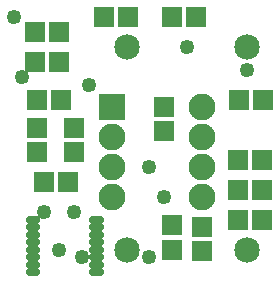
<source format=gbs>
G04 MADE WITH FRITZING*
G04 WWW.FRITZING.ORG*
G04 DOUBLE SIDED*
G04 HOLES PLATED*
G04 CONTOUR ON CENTER OF CONTOUR VECTOR*
%ASAXBY*%
%FSLAX23Y23*%
%MOIN*%
%OFA0B0*%
%SFA1.0B1.0*%
%ADD10C,0.085000*%
%ADD11C,0.049370*%
%ADD12C,0.089370*%
%ADD13R,0.065118X0.069055*%
%ADD14R,0.069055X0.065118*%
%ADD15R,0.089370X0.089370*%
%ADD16C,0.026000*%
%LNMASK0*%
G90*
G70*
G54D10*
X819Y815D03*
X419Y815D03*
G54D11*
X819Y740D03*
X619Y815D03*
X544Y315D03*
X194Y140D03*
X269Y115D03*
X69Y715D03*
G54D10*
X819Y140D03*
X419Y140D03*
G54D12*
X369Y615D03*
X669Y615D03*
X369Y515D03*
X669Y515D03*
X369Y415D03*
X669Y415D03*
X369Y315D03*
X669Y315D03*
G54D11*
X494Y115D03*
X244Y265D03*
X144Y265D03*
X44Y915D03*
X294Y690D03*
X494Y415D03*
G54D13*
X869Y240D03*
X789Y240D03*
X869Y440D03*
X789Y440D03*
G54D14*
X244Y465D03*
X244Y546D03*
G54D13*
X119Y640D03*
X200Y640D03*
X144Y365D03*
X225Y365D03*
X114Y865D03*
X194Y865D03*
X194Y765D03*
X114Y765D03*
X569Y915D03*
X650Y915D03*
G54D14*
X544Y615D03*
X544Y534D03*
X119Y465D03*
X119Y546D03*
G54D13*
X344Y915D03*
X425Y915D03*
X869Y340D03*
X789Y340D03*
G54D14*
X569Y140D03*
X569Y221D03*
G54D13*
X794Y640D03*
X875Y640D03*
G54D14*
X669Y215D03*
X669Y134D03*
G54D15*
X369Y615D03*
G54D16*
X330Y240D02*
X308Y240D01*
D02*
X330Y215D02*
X308Y215D01*
D02*
X330Y190D02*
X308Y190D01*
D02*
X330Y165D02*
X308Y165D01*
D02*
X330Y140D02*
X308Y140D01*
D02*
X330Y115D02*
X308Y115D01*
D02*
X330Y90D02*
X308Y90D01*
D02*
X330Y65D02*
X308Y65D01*
D02*
X118Y64D02*
X96Y64D01*
D02*
X118Y89D02*
X96Y89D01*
D02*
X118Y114D02*
X96Y114D01*
D02*
X118Y139D02*
X96Y139D01*
D02*
X118Y164D02*
X96Y164D01*
D02*
X118Y189D02*
X96Y189D01*
D02*
X118Y214D02*
X96Y214D01*
D02*
X118Y239D02*
X96Y239D01*
G04 End of Mask0*
M02*
</source>
